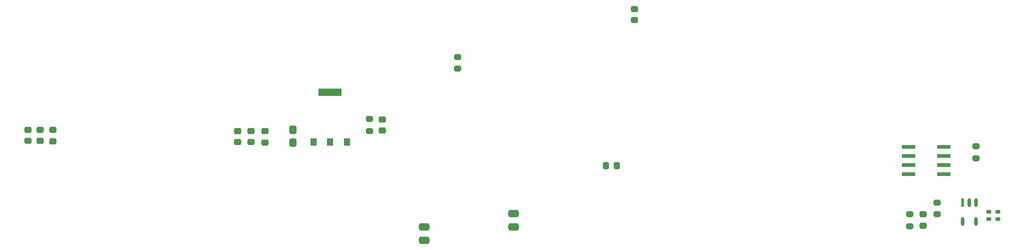
<source format=gbr>
%TF.GenerationSoftware,KiCad,Pcbnew,8.0.6*%
%TF.CreationDate,2025-05-06T15:07:16-04:00*%
%TF.ProjectId,TPC_COLD_HV_PDU,5450435f-434f-44c4-945f-48565f504455,rev?*%
%TF.SameCoordinates,Original*%
%TF.FileFunction,Paste,Bot*%
%TF.FilePolarity,Positive*%
%FSLAX46Y46*%
G04 Gerber Fmt 4.6, Leading zero omitted, Abs format (unit mm)*
G04 Created by KiCad (PCBNEW 8.0.6) date 2025-05-06 15:07:16*
%MOMM*%
%LPD*%
G01*
G04 APERTURE LIST*
G04 Aperture macros list*
%AMRoundRect*
0 Rectangle with rounded corners*
0 $1 Rounding radius*
0 $2 $3 $4 $5 $6 $7 $8 $9 X,Y pos of 4 corners*
0 Add a 4 corners polygon primitive as box body*
4,1,4,$2,$3,$4,$5,$6,$7,$8,$9,$2,$3,0*
0 Add four circle primitives for the rounded corners*
1,1,$1+$1,$2,$3*
1,1,$1+$1,$4,$5*
1,1,$1+$1,$6,$7*
1,1,$1+$1,$8,$9*
0 Add four rect primitives between the rounded corners*
20,1,$1+$1,$2,$3,$4,$5,0*
20,1,$1+$1,$4,$5,$6,$7,0*
20,1,$1+$1,$6,$7,$8,$9,0*
20,1,$1+$1,$8,$9,$2,$3,0*%
G04 Aperture macros list end*
%ADD10R,0.457200X1.219200*%
%ADD11O,0.457200X1.219200*%
%ADD12R,1.981200X0.558800*%
%ADD13R,0.889000X1.016000*%
%ADD14R,3.200000X1.000000*%
%ADD15RoundRect,0.250000X0.275000X-0.312500X0.275000X0.312500X-0.275000X0.312500X-0.275000X-0.312500X0*%
%ADD16RoundRect,0.200000X0.275000X-0.200000X0.275000X0.200000X-0.275000X0.200000X-0.275000X-0.200000X0*%
%ADD17RoundRect,0.250000X-0.475000X0.250000X-0.475000X-0.250000X0.475000X-0.250000X0.475000X0.250000X0*%
%ADD18RoundRect,0.225000X0.250000X-0.225000X0.250000X0.225000X-0.250000X0.225000X-0.250000X-0.225000X0*%
%ADD19RoundRect,0.200000X-0.275000X0.200000X-0.275000X-0.200000X0.275000X-0.200000X0.275000X0.200000X0*%
%ADD20RoundRect,0.225000X0.225000X0.250000X-0.225000X0.250000X-0.225000X-0.250000X0.225000X-0.250000X0*%
%ADD21RoundRect,0.225000X-0.250000X0.225000X-0.250000X-0.225000X0.250000X-0.225000X0.250000X0.225000X0*%
%ADD22RoundRect,0.135000X0.185000X-0.135000X0.185000X0.135000X-0.185000X0.135000X-0.185000X-0.135000X0*%
%ADD23RoundRect,0.135000X-0.185000X0.135000X-0.185000X-0.135000X0.185000X-0.135000X0.185000X0.135000X0*%
G04 APERTURE END LIST*
D10*
%TO.C,U9*%
X262619999Y-143570000D03*
D11*
X263570000Y-143570000D03*
X264520001Y-143570000D03*
X264520001Y-146190000D03*
X262619999Y-146190000D03*
%TD*%
D12*
%TO.C,U8*%
X260017600Y-135800000D03*
X260017600Y-137070000D03*
X260017600Y-138340000D03*
X260017600Y-139610000D03*
X255090000Y-139610000D03*
X255090000Y-138340000D03*
X255090000Y-137070000D03*
X255090000Y-135800000D03*
%TD*%
D13*
%TO.C,U3*%
X176861400Y-135152500D03*
X174550000Y-135152500D03*
X172238600Y-135152500D03*
D14*
X174550000Y-128160000D03*
%TD*%
D15*
%TO.C,C17*%
X169380000Y-135207500D03*
X169380000Y-133432500D03*
%TD*%
D16*
%TO.C,R23*%
X264510000Y-137385000D03*
X264510000Y-135735000D03*
%TD*%
D17*
%TO.C,C36*%
X187655000Y-146960000D03*
X187655000Y-148860000D03*
%TD*%
D18*
%TO.C,C33*%
X257130000Y-146770000D03*
X257130000Y-145220000D03*
%TD*%
%TO.C,C18*%
X161650000Y-135155000D03*
X161650000Y-133605000D03*
%TD*%
%TO.C,C14*%
X134160000Y-134985000D03*
X134160000Y-133435000D03*
%TD*%
D19*
%TO.C,R38*%
X192300000Y-123265000D03*
X192300000Y-124915000D03*
%TD*%
D20*
%TO.C,C25*%
X214475000Y-138400000D03*
X212925000Y-138400000D03*
%TD*%
D18*
%TO.C,C16*%
X181810000Y-133535000D03*
X181810000Y-131985000D03*
%TD*%
%TO.C,C21*%
X165470000Y-135165000D03*
X165470000Y-133615000D03*
%TD*%
D17*
%TO.C,C35*%
X200115000Y-145080000D03*
X200115000Y-146980000D03*
%TD*%
D19*
%TO.C,R32*%
X255330000Y-145210000D03*
X255330000Y-146860000D03*
%TD*%
%TO.C,R30*%
X259070000Y-143570000D03*
X259070000Y-145220000D03*
%TD*%
D21*
%TO.C,C26*%
X216980000Y-116555000D03*
X216980000Y-118105000D03*
%TD*%
D16*
%TO.C,R12*%
X180020000Y-133565000D03*
X180020000Y-131915000D03*
%TD*%
D18*
%TO.C,C20*%
X163550000Y-135155000D03*
X163550000Y-133605000D03*
%TD*%
D22*
%TO.C,C29*%
X267550000Y-145900000D03*
X267550000Y-144880000D03*
%TD*%
D18*
%TO.C,C15*%
X135940000Y-134995000D03*
X135940000Y-133445000D03*
%TD*%
%TO.C,C12*%
X132420000Y-134975000D03*
X132420000Y-133425000D03*
%TD*%
D23*
%TO.C,R24*%
X266290000Y-144880000D03*
X266290000Y-145900000D03*
%TD*%
M02*

</source>
